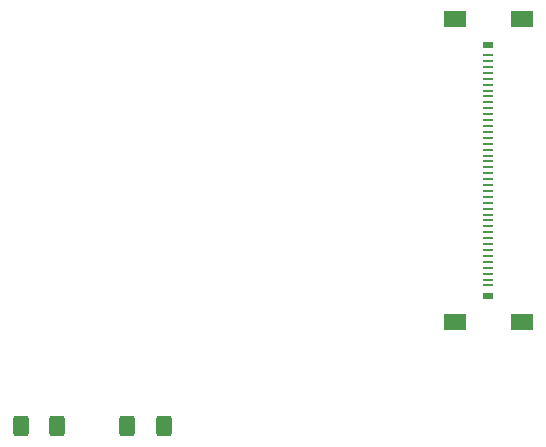
<source format=gtp>
G04 #@! TF.GenerationSoftware,KiCad,Pcbnew,8.0.1*
G04 #@! TF.CreationDate,2024-04-26T23:06:05-04:00*
G04 #@! TF.ProjectId,eDP adapter,65445020-6164-4617-9074-65722e6b6963,rev?*
G04 #@! TF.SameCoordinates,Original*
G04 #@! TF.FileFunction,Paste,Top*
G04 #@! TF.FilePolarity,Positive*
%FSLAX46Y46*%
G04 Gerber Fmt 4.6, Leading zero omitted, Abs format (unit mm)*
G04 Created by KiCad (PCBNEW 8.0.1) date 2024-04-26 23:06:05*
%MOMM*%
%LPD*%
G01*
G04 APERTURE LIST*
G04 Aperture macros list*
%AMRoundRect*
0 Rectangle with rounded corners*
0 $1 Rounding radius*
0 $2 $3 $4 $5 $6 $7 $8 $9 X,Y pos of 4 corners*
0 Add a 4 corners polygon primitive as box body*
4,1,4,$2,$3,$4,$5,$6,$7,$8,$9,$2,$3,0*
0 Add four circle primitives for the rounded corners*
1,1,$1+$1,$2,$3*
1,1,$1+$1,$4,$5*
1,1,$1+$1,$6,$7*
1,1,$1+$1,$8,$9*
0 Add four rect primitives between the rounded corners*
20,1,$1+$1,$2,$3,$4,$5,0*
20,1,$1+$1,$4,$5,$6,$7,0*
20,1,$1+$1,$6,$7,$8,$9,0*
20,1,$1+$1,$8,$9,$2,$3,0*%
G04 Aperture macros list end*
%ADD10R,0.900000X0.250000*%
%ADD11R,0.900000X0.550000*%
%ADD12R,1.900000X1.400000*%
%ADD13RoundRect,0.250000X0.400000X0.625000X-0.400000X0.625000X-0.400000X-0.625000X0.400000X-0.625000X0*%
G04 APERTURE END LIST*
D10*
X130500000Y-111100000D03*
X130500000Y-110600000D03*
X130500000Y-110100000D03*
X130500000Y-109600000D03*
X130500000Y-109100000D03*
X130500000Y-108600000D03*
X130500000Y-108100000D03*
X130500000Y-107600000D03*
X130500000Y-107100000D03*
X130500000Y-106600000D03*
X130500000Y-106100000D03*
X130500000Y-105600000D03*
X130500000Y-105100000D03*
X130500000Y-104600000D03*
X130500000Y-104100000D03*
X130500000Y-103600000D03*
X130500000Y-103100000D03*
X130500000Y-102600000D03*
X130500000Y-102100000D03*
X130500000Y-101600000D03*
X130500000Y-101100000D03*
X130500000Y-100600000D03*
X130500000Y-100100000D03*
X130500000Y-99600000D03*
X130500000Y-99100000D03*
X130500000Y-98600000D03*
X130500000Y-98100000D03*
X130500000Y-97600000D03*
X130500000Y-97100000D03*
X130500000Y-96600000D03*
X130500000Y-96100000D03*
X130500000Y-95600000D03*
X130500000Y-95100000D03*
X130500000Y-94600000D03*
X130500000Y-94100000D03*
X130500000Y-93600000D03*
X130500000Y-93100000D03*
X130500000Y-92600000D03*
X130500000Y-92100000D03*
X130500000Y-91600000D03*
D11*
X130500000Y-112000000D03*
D12*
X127680000Y-114200000D03*
X133320000Y-114200000D03*
D11*
X130500000Y-90700000D03*
D12*
X127680000Y-88500000D03*
X133320000Y-88500000D03*
D13*
X94000000Y-123000000D03*
X90900000Y-123000000D03*
X103000000Y-123000000D03*
X99900000Y-123000000D03*
M02*

</source>
